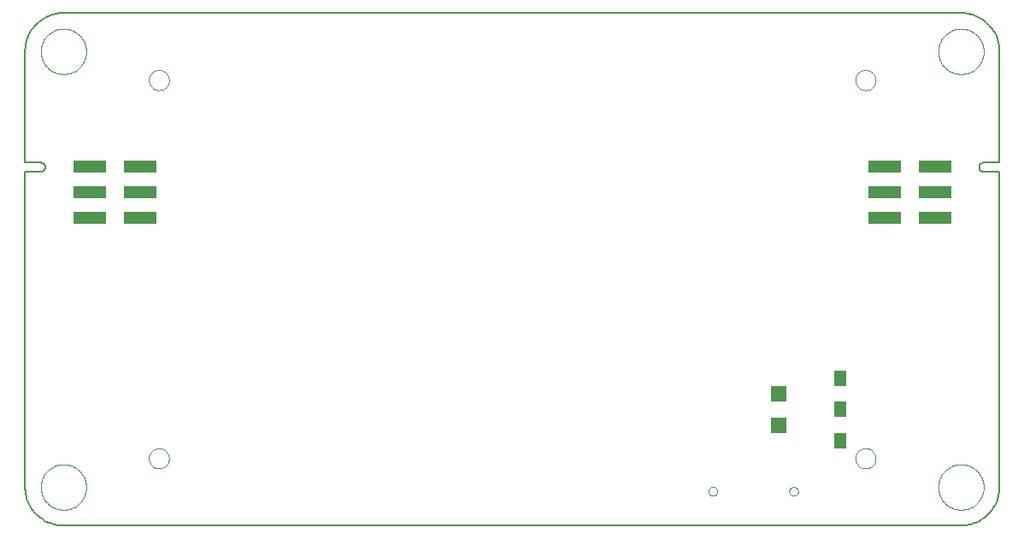
<source format=gbp>
G75*
%MOIN*%
%OFA0B0*%
%FSLAX24Y24*%
%IPPOS*%
%LPD*%
%AMOC8*
5,1,8,0,0,1.08239X$1,22.5*
%
%ADD10C,0.0050*%
%ADD11C,0.0000*%
%ADD12R,0.1260X0.0500*%
%ADD13R,0.0472X0.0591*%
%ADD14R,0.0591X0.0591*%
D10*
X017760Y016393D02*
X052760Y016393D01*
X052836Y016395D01*
X052912Y016401D01*
X052987Y016410D01*
X053062Y016424D01*
X053136Y016441D01*
X053209Y016462D01*
X053281Y016486D01*
X053352Y016515D01*
X053421Y016546D01*
X053488Y016581D01*
X053553Y016620D01*
X053617Y016662D01*
X053678Y016707D01*
X053737Y016755D01*
X053793Y016806D01*
X053847Y016860D01*
X053898Y016916D01*
X053946Y016975D01*
X053991Y017036D01*
X054033Y017100D01*
X054072Y017165D01*
X054107Y017232D01*
X054138Y017301D01*
X054167Y017372D01*
X054191Y017444D01*
X054212Y017517D01*
X054229Y017591D01*
X054243Y017666D01*
X054252Y017741D01*
X054258Y017817D01*
X054260Y017893D01*
X054260Y030200D01*
X053649Y030200D01*
X053649Y030201D02*
X053624Y030203D01*
X053599Y030208D01*
X053575Y030217D01*
X053553Y030229D01*
X053533Y030244D01*
X053515Y030262D01*
X053500Y030282D01*
X053488Y030304D01*
X053479Y030328D01*
X053474Y030353D01*
X053472Y030378D01*
X053474Y030403D01*
X053479Y030428D01*
X053488Y030452D01*
X053500Y030474D01*
X053515Y030494D01*
X053533Y030512D01*
X053553Y030527D01*
X053575Y030539D01*
X053599Y030548D01*
X053624Y030553D01*
X053649Y030555D01*
X054260Y030555D01*
X054260Y034893D01*
X054258Y034969D01*
X054252Y035045D01*
X054243Y035120D01*
X054229Y035195D01*
X054212Y035269D01*
X054191Y035342D01*
X054167Y035414D01*
X054138Y035485D01*
X054107Y035554D01*
X054072Y035621D01*
X054033Y035686D01*
X053991Y035750D01*
X053946Y035811D01*
X053898Y035870D01*
X053847Y035926D01*
X053793Y035980D01*
X053737Y036031D01*
X053678Y036079D01*
X053617Y036124D01*
X053553Y036166D01*
X053488Y036205D01*
X053421Y036240D01*
X053352Y036271D01*
X053281Y036300D01*
X053209Y036324D01*
X053136Y036345D01*
X053062Y036362D01*
X052987Y036376D01*
X052912Y036385D01*
X052836Y036391D01*
X052760Y036393D01*
X017760Y036393D01*
X017684Y036391D01*
X017608Y036385D01*
X017533Y036376D01*
X017458Y036362D01*
X017384Y036345D01*
X017311Y036324D01*
X017239Y036300D01*
X017168Y036271D01*
X017099Y036240D01*
X017032Y036205D01*
X016967Y036166D01*
X016903Y036124D01*
X016842Y036079D01*
X016783Y036031D01*
X016727Y035980D01*
X016673Y035926D01*
X016622Y035870D01*
X016574Y035811D01*
X016529Y035750D01*
X016487Y035686D01*
X016448Y035621D01*
X016413Y035554D01*
X016382Y035485D01*
X016353Y035414D01*
X016329Y035342D01*
X016308Y035269D01*
X016291Y035195D01*
X016277Y035120D01*
X016268Y035045D01*
X016262Y034969D01*
X016260Y034893D01*
X016260Y030555D01*
X016870Y030555D01*
X016895Y030553D01*
X016920Y030548D01*
X016944Y030539D01*
X016966Y030527D01*
X016986Y030512D01*
X017004Y030494D01*
X017019Y030474D01*
X017031Y030452D01*
X017040Y030428D01*
X017045Y030403D01*
X017047Y030378D01*
X017045Y030353D01*
X017040Y030328D01*
X017031Y030304D01*
X017019Y030282D01*
X017004Y030262D01*
X016986Y030244D01*
X016966Y030229D01*
X016944Y030217D01*
X016920Y030208D01*
X016895Y030203D01*
X016870Y030201D01*
X016870Y030200D02*
X016260Y030200D01*
X016260Y017893D01*
X016262Y017817D01*
X016268Y017741D01*
X016277Y017666D01*
X016291Y017591D01*
X016308Y017517D01*
X016329Y017444D01*
X016353Y017372D01*
X016382Y017301D01*
X016413Y017232D01*
X016448Y017165D01*
X016487Y017100D01*
X016529Y017036D01*
X016574Y016975D01*
X016622Y016916D01*
X016673Y016860D01*
X016727Y016806D01*
X016783Y016755D01*
X016842Y016707D01*
X016903Y016662D01*
X016967Y016620D01*
X017032Y016581D01*
X017099Y016546D01*
X017168Y016515D01*
X017239Y016486D01*
X017311Y016462D01*
X017384Y016441D01*
X017458Y016424D01*
X017533Y016410D01*
X017608Y016401D01*
X017684Y016395D01*
X017760Y016393D01*
D11*
X016874Y017893D02*
X016876Y017952D01*
X016882Y018011D01*
X016892Y018069D01*
X016905Y018127D01*
X016923Y018184D01*
X016944Y018239D01*
X016969Y018293D01*
X016998Y018345D01*
X017030Y018394D01*
X017065Y018442D01*
X017103Y018487D01*
X017144Y018530D01*
X017188Y018570D01*
X017234Y018606D01*
X017283Y018640D01*
X017334Y018670D01*
X017387Y018697D01*
X017442Y018720D01*
X017497Y018739D01*
X017555Y018755D01*
X017613Y018767D01*
X017671Y018775D01*
X017730Y018779D01*
X017790Y018779D01*
X017849Y018775D01*
X017907Y018767D01*
X017965Y018755D01*
X018023Y018739D01*
X018078Y018720D01*
X018133Y018697D01*
X018186Y018670D01*
X018237Y018640D01*
X018286Y018606D01*
X018332Y018570D01*
X018376Y018530D01*
X018417Y018487D01*
X018455Y018442D01*
X018490Y018394D01*
X018522Y018345D01*
X018551Y018293D01*
X018576Y018239D01*
X018597Y018184D01*
X018615Y018127D01*
X018628Y018069D01*
X018638Y018011D01*
X018644Y017952D01*
X018646Y017893D01*
X018644Y017834D01*
X018638Y017775D01*
X018628Y017717D01*
X018615Y017659D01*
X018597Y017602D01*
X018576Y017547D01*
X018551Y017493D01*
X018522Y017441D01*
X018490Y017392D01*
X018455Y017344D01*
X018417Y017299D01*
X018376Y017256D01*
X018332Y017216D01*
X018286Y017180D01*
X018237Y017146D01*
X018186Y017116D01*
X018133Y017089D01*
X018078Y017066D01*
X018023Y017047D01*
X017965Y017031D01*
X017907Y017019D01*
X017849Y017011D01*
X017790Y017007D01*
X017730Y017007D01*
X017671Y017011D01*
X017613Y017019D01*
X017555Y017031D01*
X017497Y017047D01*
X017442Y017066D01*
X017387Y017089D01*
X017334Y017116D01*
X017283Y017146D01*
X017234Y017180D01*
X017188Y017216D01*
X017144Y017256D01*
X017103Y017299D01*
X017065Y017344D01*
X017030Y017392D01*
X016998Y017441D01*
X016969Y017493D01*
X016944Y017547D01*
X016923Y017602D01*
X016905Y017659D01*
X016892Y017717D01*
X016882Y017775D01*
X016876Y017834D01*
X016874Y017893D01*
X021086Y019011D02*
X021088Y019050D01*
X021094Y019089D01*
X021104Y019127D01*
X021117Y019164D01*
X021134Y019199D01*
X021154Y019233D01*
X021178Y019264D01*
X021205Y019293D01*
X021234Y019319D01*
X021266Y019342D01*
X021300Y019362D01*
X021336Y019378D01*
X021373Y019390D01*
X021412Y019399D01*
X021451Y019404D01*
X021490Y019405D01*
X021529Y019402D01*
X021568Y019395D01*
X021605Y019384D01*
X021642Y019370D01*
X021677Y019352D01*
X021710Y019331D01*
X021741Y019306D01*
X021769Y019279D01*
X021794Y019249D01*
X021816Y019216D01*
X021835Y019182D01*
X021850Y019146D01*
X021862Y019108D01*
X021870Y019070D01*
X021874Y019031D01*
X021874Y018991D01*
X021870Y018952D01*
X021862Y018914D01*
X021850Y018876D01*
X021835Y018840D01*
X021816Y018806D01*
X021794Y018773D01*
X021769Y018743D01*
X021741Y018716D01*
X021710Y018691D01*
X021677Y018670D01*
X021642Y018652D01*
X021605Y018638D01*
X021568Y018627D01*
X021529Y018620D01*
X021490Y018617D01*
X021451Y018618D01*
X021412Y018623D01*
X021373Y018632D01*
X021336Y018644D01*
X021300Y018660D01*
X021266Y018680D01*
X021234Y018703D01*
X021205Y018729D01*
X021178Y018758D01*
X021154Y018789D01*
X021134Y018823D01*
X021117Y018858D01*
X021104Y018895D01*
X021094Y018933D01*
X021088Y018972D01*
X021086Y019011D01*
X021086Y033775D02*
X021088Y033814D01*
X021094Y033853D01*
X021104Y033891D01*
X021117Y033928D01*
X021134Y033963D01*
X021154Y033997D01*
X021178Y034028D01*
X021205Y034057D01*
X021234Y034083D01*
X021266Y034106D01*
X021300Y034126D01*
X021336Y034142D01*
X021373Y034154D01*
X021412Y034163D01*
X021451Y034168D01*
X021490Y034169D01*
X021529Y034166D01*
X021568Y034159D01*
X021605Y034148D01*
X021642Y034134D01*
X021677Y034116D01*
X021710Y034095D01*
X021741Y034070D01*
X021769Y034043D01*
X021794Y034013D01*
X021816Y033980D01*
X021835Y033946D01*
X021850Y033910D01*
X021862Y033872D01*
X021870Y033834D01*
X021874Y033795D01*
X021874Y033755D01*
X021870Y033716D01*
X021862Y033678D01*
X021850Y033640D01*
X021835Y033604D01*
X021816Y033570D01*
X021794Y033537D01*
X021769Y033507D01*
X021741Y033480D01*
X021710Y033455D01*
X021677Y033434D01*
X021642Y033416D01*
X021605Y033402D01*
X021568Y033391D01*
X021529Y033384D01*
X021490Y033381D01*
X021451Y033382D01*
X021412Y033387D01*
X021373Y033396D01*
X021336Y033408D01*
X021300Y033424D01*
X021266Y033444D01*
X021234Y033467D01*
X021205Y033493D01*
X021178Y033522D01*
X021154Y033553D01*
X021134Y033587D01*
X021117Y033622D01*
X021104Y033659D01*
X021094Y033697D01*
X021088Y033736D01*
X021086Y033775D01*
X016874Y034893D02*
X016876Y034952D01*
X016882Y035011D01*
X016892Y035069D01*
X016905Y035127D01*
X016923Y035184D01*
X016944Y035239D01*
X016969Y035293D01*
X016998Y035345D01*
X017030Y035394D01*
X017065Y035442D01*
X017103Y035487D01*
X017144Y035530D01*
X017188Y035570D01*
X017234Y035606D01*
X017283Y035640D01*
X017334Y035670D01*
X017387Y035697D01*
X017442Y035720D01*
X017497Y035739D01*
X017555Y035755D01*
X017613Y035767D01*
X017671Y035775D01*
X017730Y035779D01*
X017790Y035779D01*
X017849Y035775D01*
X017907Y035767D01*
X017965Y035755D01*
X018023Y035739D01*
X018078Y035720D01*
X018133Y035697D01*
X018186Y035670D01*
X018237Y035640D01*
X018286Y035606D01*
X018332Y035570D01*
X018376Y035530D01*
X018417Y035487D01*
X018455Y035442D01*
X018490Y035394D01*
X018522Y035345D01*
X018551Y035293D01*
X018576Y035239D01*
X018597Y035184D01*
X018615Y035127D01*
X018628Y035069D01*
X018638Y035011D01*
X018644Y034952D01*
X018646Y034893D01*
X018644Y034834D01*
X018638Y034775D01*
X018628Y034717D01*
X018615Y034659D01*
X018597Y034602D01*
X018576Y034547D01*
X018551Y034493D01*
X018522Y034441D01*
X018490Y034392D01*
X018455Y034344D01*
X018417Y034299D01*
X018376Y034256D01*
X018332Y034216D01*
X018286Y034180D01*
X018237Y034146D01*
X018186Y034116D01*
X018133Y034089D01*
X018078Y034066D01*
X018023Y034047D01*
X017965Y034031D01*
X017907Y034019D01*
X017849Y034011D01*
X017790Y034007D01*
X017730Y034007D01*
X017671Y034011D01*
X017613Y034019D01*
X017555Y034031D01*
X017497Y034047D01*
X017442Y034066D01*
X017387Y034089D01*
X017334Y034116D01*
X017283Y034146D01*
X017234Y034180D01*
X017188Y034216D01*
X017144Y034256D01*
X017103Y034299D01*
X017065Y034344D01*
X017030Y034392D01*
X016998Y034441D01*
X016969Y034493D01*
X016944Y034547D01*
X016923Y034602D01*
X016905Y034659D01*
X016892Y034717D01*
X016882Y034775D01*
X016876Y034834D01*
X016874Y034893D01*
X042911Y017729D02*
X042913Y017755D01*
X042919Y017781D01*
X042928Y017805D01*
X042941Y017828D01*
X042958Y017848D01*
X042977Y017866D01*
X042999Y017881D01*
X043022Y017892D01*
X043047Y017900D01*
X043073Y017904D01*
X043099Y017904D01*
X043125Y017900D01*
X043150Y017892D01*
X043174Y017881D01*
X043195Y017866D01*
X043214Y017848D01*
X043231Y017828D01*
X043244Y017805D01*
X043253Y017781D01*
X043259Y017755D01*
X043261Y017729D01*
X043259Y017703D01*
X043253Y017677D01*
X043244Y017653D01*
X043231Y017630D01*
X043214Y017610D01*
X043195Y017592D01*
X043173Y017577D01*
X043150Y017566D01*
X043125Y017558D01*
X043099Y017554D01*
X043073Y017554D01*
X043047Y017558D01*
X043022Y017566D01*
X042998Y017577D01*
X042977Y017592D01*
X042958Y017610D01*
X042941Y017630D01*
X042928Y017653D01*
X042919Y017677D01*
X042913Y017703D01*
X042911Y017729D01*
X046060Y017729D02*
X046062Y017755D01*
X046068Y017781D01*
X046077Y017805D01*
X046090Y017828D01*
X046107Y017848D01*
X046126Y017866D01*
X046148Y017881D01*
X046171Y017892D01*
X046196Y017900D01*
X046222Y017904D01*
X046248Y017904D01*
X046274Y017900D01*
X046299Y017892D01*
X046323Y017881D01*
X046344Y017866D01*
X046363Y017848D01*
X046380Y017828D01*
X046393Y017805D01*
X046402Y017781D01*
X046408Y017755D01*
X046410Y017729D01*
X046408Y017703D01*
X046402Y017677D01*
X046393Y017653D01*
X046380Y017630D01*
X046363Y017610D01*
X046344Y017592D01*
X046322Y017577D01*
X046299Y017566D01*
X046274Y017558D01*
X046248Y017554D01*
X046222Y017554D01*
X046196Y017558D01*
X046171Y017566D01*
X046147Y017577D01*
X046126Y017592D01*
X046107Y017610D01*
X046090Y017630D01*
X046077Y017653D01*
X046068Y017677D01*
X046062Y017703D01*
X046060Y017729D01*
X048645Y019011D02*
X048647Y019050D01*
X048653Y019089D01*
X048663Y019127D01*
X048676Y019164D01*
X048693Y019199D01*
X048713Y019233D01*
X048737Y019264D01*
X048764Y019293D01*
X048793Y019319D01*
X048825Y019342D01*
X048859Y019362D01*
X048895Y019378D01*
X048932Y019390D01*
X048971Y019399D01*
X049010Y019404D01*
X049049Y019405D01*
X049088Y019402D01*
X049127Y019395D01*
X049164Y019384D01*
X049201Y019370D01*
X049236Y019352D01*
X049269Y019331D01*
X049300Y019306D01*
X049328Y019279D01*
X049353Y019249D01*
X049375Y019216D01*
X049394Y019182D01*
X049409Y019146D01*
X049421Y019108D01*
X049429Y019070D01*
X049433Y019031D01*
X049433Y018991D01*
X049429Y018952D01*
X049421Y018914D01*
X049409Y018876D01*
X049394Y018840D01*
X049375Y018806D01*
X049353Y018773D01*
X049328Y018743D01*
X049300Y018716D01*
X049269Y018691D01*
X049236Y018670D01*
X049201Y018652D01*
X049164Y018638D01*
X049127Y018627D01*
X049088Y018620D01*
X049049Y018617D01*
X049010Y018618D01*
X048971Y018623D01*
X048932Y018632D01*
X048895Y018644D01*
X048859Y018660D01*
X048825Y018680D01*
X048793Y018703D01*
X048764Y018729D01*
X048737Y018758D01*
X048713Y018789D01*
X048693Y018823D01*
X048676Y018858D01*
X048663Y018895D01*
X048653Y018933D01*
X048647Y018972D01*
X048645Y019011D01*
X051874Y017893D02*
X051876Y017952D01*
X051882Y018011D01*
X051892Y018069D01*
X051905Y018127D01*
X051923Y018184D01*
X051944Y018239D01*
X051969Y018293D01*
X051998Y018345D01*
X052030Y018394D01*
X052065Y018442D01*
X052103Y018487D01*
X052144Y018530D01*
X052188Y018570D01*
X052234Y018606D01*
X052283Y018640D01*
X052334Y018670D01*
X052387Y018697D01*
X052442Y018720D01*
X052497Y018739D01*
X052555Y018755D01*
X052613Y018767D01*
X052671Y018775D01*
X052730Y018779D01*
X052790Y018779D01*
X052849Y018775D01*
X052907Y018767D01*
X052965Y018755D01*
X053023Y018739D01*
X053078Y018720D01*
X053133Y018697D01*
X053186Y018670D01*
X053237Y018640D01*
X053286Y018606D01*
X053332Y018570D01*
X053376Y018530D01*
X053417Y018487D01*
X053455Y018442D01*
X053490Y018394D01*
X053522Y018345D01*
X053551Y018293D01*
X053576Y018239D01*
X053597Y018184D01*
X053615Y018127D01*
X053628Y018069D01*
X053638Y018011D01*
X053644Y017952D01*
X053646Y017893D01*
X053644Y017834D01*
X053638Y017775D01*
X053628Y017717D01*
X053615Y017659D01*
X053597Y017602D01*
X053576Y017547D01*
X053551Y017493D01*
X053522Y017441D01*
X053490Y017392D01*
X053455Y017344D01*
X053417Y017299D01*
X053376Y017256D01*
X053332Y017216D01*
X053286Y017180D01*
X053237Y017146D01*
X053186Y017116D01*
X053133Y017089D01*
X053078Y017066D01*
X053023Y017047D01*
X052965Y017031D01*
X052907Y017019D01*
X052849Y017011D01*
X052790Y017007D01*
X052730Y017007D01*
X052671Y017011D01*
X052613Y017019D01*
X052555Y017031D01*
X052497Y017047D01*
X052442Y017066D01*
X052387Y017089D01*
X052334Y017116D01*
X052283Y017146D01*
X052234Y017180D01*
X052188Y017216D01*
X052144Y017256D01*
X052103Y017299D01*
X052065Y017344D01*
X052030Y017392D01*
X051998Y017441D01*
X051969Y017493D01*
X051944Y017547D01*
X051923Y017602D01*
X051905Y017659D01*
X051892Y017717D01*
X051882Y017775D01*
X051876Y017834D01*
X051874Y017893D01*
X048645Y033775D02*
X048647Y033814D01*
X048653Y033853D01*
X048663Y033891D01*
X048676Y033928D01*
X048693Y033963D01*
X048713Y033997D01*
X048737Y034028D01*
X048764Y034057D01*
X048793Y034083D01*
X048825Y034106D01*
X048859Y034126D01*
X048895Y034142D01*
X048932Y034154D01*
X048971Y034163D01*
X049010Y034168D01*
X049049Y034169D01*
X049088Y034166D01*
X049127Y034159D01*
X049164Y034148D01*
X049201Y034134D01*
X049236Y034116D01*
X049269Y034095D01*
X049300Y034070D01*
X049328Y034043D01*
X049353Y034013D01*
X049375Y033980D01*
X049394Y033946D01*
X049409Y033910D01*
X049421Y033872D01*
X049429Y033834D01*
X049433Y033795D01*
X049433Y033755D01*
X049429Y033716D01*
X049421Y033678D01*
X049409Y033640D01*
X049394Y033604D01*
X049375Y033570D01*
X049353Y033537D01*
X049328Y033507D01*
X049300Y033480D01*
X049269Y033455D01*
X049236Y033434D01*
X049201Y033416D01*
X049164Y033402D01*
X049127Y033391D01*
X049088Y033384D01*
X049049Y033381D01*
X049010Y033382D01*
X048971Y033387D01*
X048932Y033396D01*
X048895Y033408D01*
X048859Y033424D01*
X048825Y033444D01*
X048793Y033467D01*
X048764Y033493D01*
X048737Y033522D01*
X048713Y033553D01*
X048693Y033587D01*
X048676Y033622D01*
X048663Y033659D01*
X048653Y033697D01*
X048647Y033736D01*
X048645Y033775D01*
X051874Y034893D02*
X051876Y034952D01*
X051882Y035011D01*
X051892Y035069D01*
X051905Y035127D01*
X051923Y035184D01*
X051944Y035239D01*
X051969Y035293D01*
X051998Y035345D01*
X052030Y035394D01*
X052065Y035442D01*
X052103Y035487D01*
X052144Y035530D01*
X052188Y035570D01*
X052234Y035606D01*
X052283Y035640D01*
X052334Y035670D01*
X052387Y035697D01*
X052442Y035720D01*
X052497Y035739D01*
X052555Y035755D01*
X052613Y035767D01*
X052671Y035775D01*
X052730Y035779D01*
X052790Y035779D01*
X052849Y035775D01*
X052907Y035767D01*
X052965Y035755D01*
X053023Y035739D01*
X053078Y035720D01*
X053133Y035697D01*
X053186Y035670D01*
X053237Y035640D01*
X053286Y035606D01*
X053332Y035570D01*
X053376Y035530D01*
X053417Y035487D01*
X053455Y035442D01*
X053490Y035394D01*
X053522Y035345D01*
X053551Y035293D01*
X053576Y035239D01*
X053597Y035184D01*
X053615Y035127D01*
X053628Y035069D01*
X053638Y035011D01*
X053644Y034952D01*
X053646Y034893D01*
X053644Y034834D01*
X053638Y034775D01*
X053628Y034717D01*
X053615Y034659D01*
X053597Y034602D01*
X053576Y034547D01*
X053551Y034493D01*
X053522Y034441D01*
X053490Y034392D01*
X053455Y034344D01*
X053417Y034299D01*
X053376Y034256D01*
X053332Y034216D01*
X053286Y034180D01*
X053237Y034146D01*
X053186Y034116D01*
X053133Y034089D01*
X053078Y034066D01*
X053023Y034047D01*
X052965Y034031D01*
X052907Y034019D01*
X052849Y034011D01*
X052790Y034007D01*
X052730Y034007D01*
X052671Y034011D01*
X052613Y034019D01*
X052555Y034031D01*
X052497Y034047D01*
X052442Y034066D01*
X052387Y034089D01*
X052334Y034116D01*
X052283Y034146D01*
X052234Y034180D01*
X052188Y034216D01*
X052144Y034256D01*
X052103Y034299D01*
X052065Y034344D01*
X052030Y034392D01*
X051998Y034441D01*
X051969Y034493D01*
X051944Y034547D01*
X051923Y034602D01*
X051905Y034659D01*
X051892Y034717D01*
X051882Y034775D01*
X051876Y034834D01*
X051874Y034893D01*
D12*
X051752Y030393D03*
X051752Y029393D03*
X051752Y028393D03*
X049767Y028393D03*
X049767Y029393D03*
X049767Y030393D03*
X020752Y030393D03*
X020752Y029393D03*
X020752Y028393D03*
X018767Y028393D03*
X018767Y029393D03*
X018767Y030393D03*
D13*
X048039Y022141D03*
X048039Y020921D03*
X048039Y019700D03*
D14*
X045637Y020311D03*
X045637Y021531D03*
M02*

</source>
